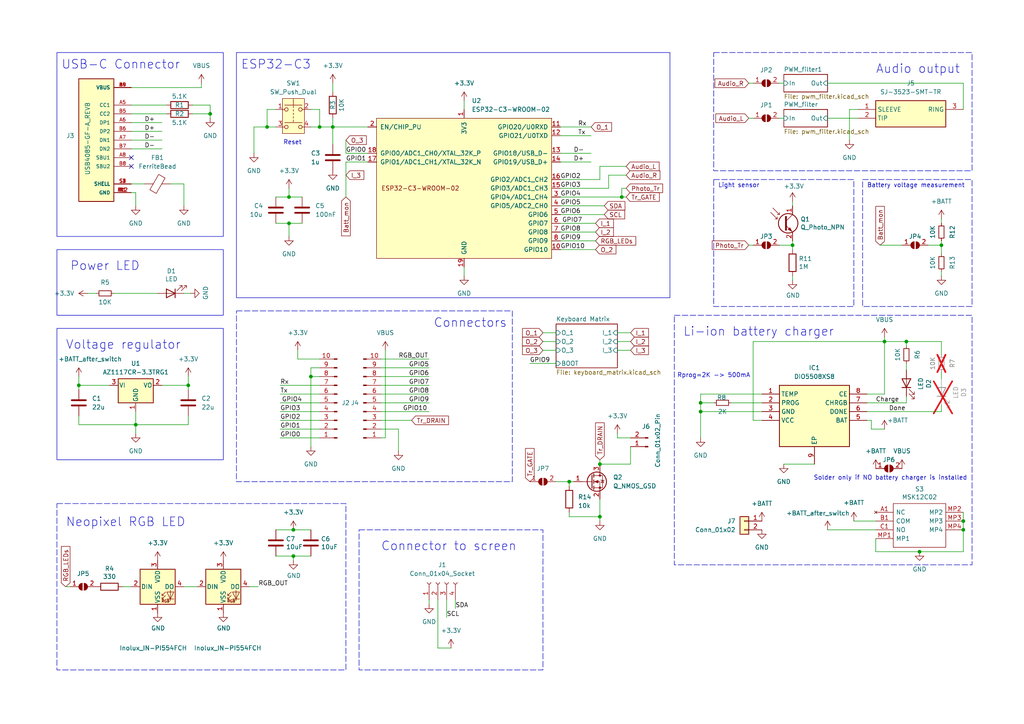
<source format=kicad_sch>
(kicad_sch (version 20231120) (generator "eeschema") (generator_version "8.0")
  (paper "A4")
  (title_block (title "ESP32-C3 Eval board") (date "2023-10-02") (company "IFT"))
  (junction (at 96.52 36.83))
  (junction (at 77.47 36.83))
  (junction (at 262.89 99.06))
  (junction (at 273.05 71.12))
  (junction (at 180.34 57.15))
  (junction (at 229.87 71.12))
  (junction (at 173.99 149.86))
  (junction (at 39.37 123.19))
  (junction (at 83.82 57.15))
  (junction (at 279.4 153.67))
  (junction (at 22.86 111.76))
  (junction (at 256.54 99.06))
  (junction (at 203.2 119.38))
  (junction (at 83.82 64.77))
  (junction (at 92.71 36.83))
  (junction (at 266.7 160.02))
  (junction (at 90.17 109.22))
  (junction (at 54.61 111.76))
  (junction (at 173.99 134.62))
  (junction (at 203.2 116.84))
  (junction (at 60.96 33.02))
  (junction (at 85.09 153.67))
  (junction (at 85.09 161.29))
  (junction (at 165.1 139.7))
  (junction (at 279.4 151.13))
  (no_connect (at 38.1 45.72))
  (no_connect (at 38.1 48.26))
  (wire (pts (xy 115.57 124.46) (xy 115.57 130.81)))
  (wire (pts (xy 179.07 99.06) (xy 182.88 99.06)))
  (wire (pts (xy 73.66 36.83) (xy 77.47 36.83)))
  (wire (pts (xy 48.26 30.48) (xy 38.1 30.48)))
  (wire (pts (xy 165.1 148.59) (xy 165.1 149.86)))
  (wire (pts (xy 251.46 119.38) (xy 273.05 119.38)))
  (wire (pts (xy 100.33 40.64) (xy 100.33 44.45)))
  (wire (pts (xy 90.17 106.68) (xy 90.17 109.22)))
  (wire (pts (xy 203.2 119.38) (xy 203.2 127)))
  (wire (pts (xy 252.73 124.46) (xy 256.54 124.46)))
  (wire (pts (xy 162.56 62.23) (xy 175.26 62.23)))
  (wire (pts (xy 81.28 127) (xy 92.71 127)))
  (wire (pts (xy 227.33 134.62) (xy 236.22 134.62)))
  (wire (pts (xy 38.1 35.56) (xy 46.99 35.56)))
  (wire (pts (xy 229.87 58.42) (xy 229.87 59.69)))
  (wire (pts (xy 246.38 40.64) (xy 246.38 31.75)))
  (wire (pts (xy 262.89 107.315) (xy 262.89 105.41)))
  (wire (pts (xy 22.86 111.76) (xy 22.86 113.03)))
  (wire (pts (xy 49.53 53.34) (xy 53.34 53.34)))
  (wire (pts (xy 153.67 105.41) (xy 161.29 105.41)))
  (wire (pts (xy 251.46 121.92) (xy 252.73 121.92)))
  (wire (pts (xy 110.49 109.22) (xy 124.46 109.22)))
  (wire (pts (xy 129.54 179.07) (xy 129.54 173.99)))
  (wire (pts (xy 162.56 69.85) (xy 172.72 69.85)))
  (wire (pts (xy 80.01 57.15) (xy 83.82 57.15)))
  (wire (pts (xy 134.62 29.21) (xy 134.62 31.75)))
  (wire (pts (xy 166.37 139.7) (xy 165.1 139.7)))
  (wire (pts (xy 229.87 80.01) (xy 229.87 81.28)))
  (wire (pts (xy 262.89 99.06) (xy 256.54 99.06)))
  (wire (pts (xy 53.34 170.18) (xy 57.15 170.18)))
  (wire (pts (xy 96.52 36.83) (xy 106.68 36.83)))
  (wire (pts (xy 256.54 114.3) (xy 251.46 114.3)))
  (wire (pts (xy 162.56 64.77) (xy 172.72 64.77)))
  (wire (pts (xy 54.61 111.76) (xy 54.61 113.03)))
  (wire (pts (xy 180.34 54.61) (xy 180.34 57.15)))
  (wire (pts (xy 39.37 55.88) (xy 39.37 59.69)))
  (wire (pts (xy 203.2 116.84) (xy 203.2 119.38)))
  (wire (pts (xy 81.28 124.46) (xy 92.71 124.46)))
  (wire (pts (xy 38.1 40.64) (xy 46.99 40.64)))
  (wire (pts (xy 273.05 78.74) (xy 273.05 80.01)))
  (wire (pts (xy 81.28 119.38) (xy 92.71 119.38)))
  (wire (pts (xy 85.09 162.56) (xy 85.09 161.29)))
  (wire (pts (xy 229.87 71.12) (xy 229.87 72.39)))
  (wire (pts (xy 181.61 54.61) (xy 180.34 54.61)))
  (wire (pts (xy 176.53 50.8) (xy 176.53 54.61)))
  (wire (pts (xy 165.1 149.86) (xy 173.99 149.86)))
  (wire (pts (xy 83.82 57.15) (xy 83.82 54.61)))
  (wire (pts (xy 134.62 80.01) (xy 134.62 77.47)))
  (wire (pts (xy 262.89 114.935) (xy 262.89 116.84)))
  (wire (pts (xy 22.86 123.19) (xy 39.37 123.19)))
  (wire (pts (xy 110.49 104.14) (xy 124.46 104.14)))
  (wire (pts (xy 252.73 124.46) (xy 252.73 121.92)))
  (wire (pts (xy 53.34 85.09) (xy 55.245 85.09)))
  (wire (pts (xy 38.1 33.02) (xy 48.26 33.02)))
  (wire (pts (xy 273.05 99.06) (xy 262.89 99.06)))
  (wire (pts (xy 279.4 31.75) (xy 279.4 24.13)))
  (wire (pts (xy 60.96 33.02) (xy 60.96 34.29)))
  (wire (pts (xy 38.1 43.18) (xy 46.99 43.18)))
  (wire (pts (xy 157.48 101.6) (xy 161.29 101.6)))
  (wire (pts (xy 54.61 123.19) (xy 54.61 120.65)))
  (wire (pts (xy 218.44 99.06) (xy 256.54 99.06)))
  (wire (pts (xy 254 160.02) (xy 266.7 160.02)))
  (wire (pts (xy 248.92 34.29) (xy 240.03 34.29)))
  (wire (pts (xy 254 156.21) (xy 254 160.02)))
  (wire (pts (xy 220.98 119.38) (xy 203.2 119.38)))
  (wire (pts (xy 279.4 151.13) (xy 279.4 148.59)))
  (wire (pts (xy 110.49 121.92) (xy 119.38 121.92)))
  (wire (pts (xy 90.17 36.83) (xy 92.71 36.83)))
  (wire (pts (xy 182.88 129.54) (xy 182.88 134.62)))
  (wire (pts (xy 179.07 101.6) (xy 182.88 101.6)))
  (wire (pts (xy 110.49 119.38) (xy 124.46 119.38)))
  (wire (pts (xy 262.89 100.33) (xy 262.89 99.06)))
  (wire (pts (xy 157.48 99.06) (xy 161.29 99.06)))
  (wire (pts (xy 132.08 176.53) (xy 132.08 173.99)))
  (wire (pts (xy 181.61 48.26) (xy 173.99 48.26)))
  (wire (pts (xy 60.96 30.48) (xy 60.96 33.02)))
  (wire (pts (xy 22.86 111.76) (xy 22.86 109.22)))
  (wire (pts (xy 266.7 160.02) (xy 279.4 160.02)))
  (wire (pts (xy 80.01 31.75) (xy 77.47 31.75)))
  (wire (pts (xy 162.56 72.39) (xy 172.72 72.39)))
  (wire (pts (xy 162.56 57.15) (xy 180.34 57.15)))
  (wire (pts (xy 60.96 30.48) (xy 55.88 30.48)))
  (wire (pts (xy 27.94 85.09) (xy 25.4 85.09)))
  (wire (pts (xy 240.03 153.67) (xy 254 153.67)))
  (wire (pts (xy 92.71 104.14) (xy 86.36 104.14)))
  (wire (pts (xy 90.17 31.75) (xy 92.71 31.75)))
  (wire (pts (xy 255.27 71.12) (xy 261.62 71.12)))
  (wire (pts (xy 85.09 161.29) (xy 90.17 161.29)))
  (wire (pts (xy 19.05 170.18) (xy 20.32 170.18)))
  (wire (pts (xy 81.28 116.84) (xy 92.71 116.84)))
  (wire (pts (xy 212.09 116.84) (xy 220.98 116.84)))
  (wire (pts (xy 38.1 53.34) (xy 41.91 53.34)))
  (wire (pts (xy 77.47 36.83) (xy 80.01 36.83)))
  (wire (pts (xy 90.17 109.22) (xy 92.71 109.22)))
  (wire (pts (xy 273.05 109.855) (xy 273.05 107.95)))
  (wire (pts (xy 73.66 36.83) (xy 73.66 44.45)))
  (wire (pts (xy 218.44 121.92) (xy 218.44 99.06)))
  (wire (pts (xy 176.53 54.61) (xy 162.56 54.61)))
  (wire (pts (xy 182.88 134.62) (xy 173.99 134.62)))
  (wire (pts (xy 80.01 153.67) (xy 85.09 153.67)))
  (wire (pts (xy 80.01 64.77) (xy 83.82 64.77)))
  (wire (pts (xy 110.49 114.3) (xy 124.46 114.3)))
  (wire (pts (xy 100.33 46.99) (xy 106.68 46.99)))
  (wire (pts (xy 273.05 69.85) (xy 273.05 71.12)))
  (wire (pts (xy 256.54 97.79) (xy 256.54 99.06)))
  (wire (pts (xy 273.05 117.475) (xy 273.05 119.38)))
  (wire (pts (xy 179.07 96.52) (xy 182.88 96.52)))
  (wire (pts (xy 110.49 106.68) (xy 124.46 106.68)))
  (wire (pts (xy 86.36 104.14) (xy 86.36 101.6)))
  (wire (pts (xy 39.37 125.73) (xy 39.37 123.19)))
  (wire (pts (xy 96.52 34.29) (xy 96.52 36.83)))
  (wire (pts (xy 180.34 57.15) (xy 181.61 57.15)))
  (wire (pts (xy 203.2 114.3) (xy 203.2 116.84)))
  (wire (pts (xy 53.34 53.34) (xy 53.34 59.69)))
  (wire (pts (xy 81.28 114.3) (xy 92.71 114.3)))
  (wire (pts (xy 83.82 57.15) (xy 87.63 57.15)))
  (wire (pts (xy 110.49 116.84) (xy 124.46 116.84)))
  (wire (pts (xy 85.09 153.67) (xy 90.17 153.67)))
  (wire (pts (xy 162.56 39.37) (xy 171.45 39.37)))
  (wire (pts (xy 246.38 31.75) (xy 248.92 31.75)))
  (wire (pts (xy 162.56 44.45) (xy 171.45 44.45)))
  (wire (pts (xy 217.17 71.12) (xy 218.44 71.12)))
  (wire (pts (xy 55.88 33.02) (xy 60.96 33.02)))
  (wire (pts (xy 173.99 149.86) (xy 173.99 151.13)))
  (wire (pts (xy 173.99 144.78) (xy 173.99 149.86)))
  (wire (pts (xy 110.49 111.76) (xy 124.46 111.76)))
  (wire (pts (xy 124.46 175.26) (xy 124.46 173.99)))
  (wire (pts (xy 256.54 99.06) (xy 256.54 114.3)))
  (wire (pts (xy 182.88 127) (xy 179.07 127)))
  (wire (pts (xy 203.2 114.3) (xy 220.98 114.3)))
  (wire (pts (xy 39.37 55.88) (xy 38.1 55.88)))
  (wire (pts (xy 207.01 116.84) (xy 203.2 116.84)))
  (wire (pts (xy 90.17 109.22) (xy 90.17 129.54)))
  (wire (pts (xy 179.07 127) (xy 179.07 125.73)))
  (wire (pts (xy 273.05 71.12) (xy 273.05 73.66)))
  (wire (pts (xy 81.28 111.76) (xy 92.71 111.76)))
  (wire (pts (xy 226.06 34.29) (xy 227.33 34.29)))
  (wire (pts (xy 273.05 63.5) (xy 273.05 64.77)))
  (wire (pts (xy 110.49 124.46) (xy 115.57 124.46)))
  (wire (pts (xy 58.42 24.13) (xy 58.42 25.4)))
  (wire (pts (xy 279.4 153.67) (xy 279.4 151.13)))
  (wire (pts (xy 81.28 121.92) (xy 92.71 121.92)))
  (wire (pts (xy 96.52 36.83) (xy 96.52 41.91)))
  (wire (pts (xy 39.37 123.19) (xy 39.37 119.38)))
  (wire (pts (xy 157.48 96.52) (xy 161.29 96.52)))
  (wire (pts (xy 279.4 24.13) (xy 240.03 24.13)))
  (wire (pts (xy 58.42 25.4) (xy 38.1 25.4)))
  (wire (pts (xy 217.17 24.13) (xy 218.44 24.13)))
  (wire (pts (xy 100.33 46.99) (xy 100.33 57.15)))
  (wire (pts (xy 110.49 127) (xy 111.76 127)))
  (wire (pts (xy 35.56 170.18) (xy 38.1 170.18)))
  (wire (pts (xy 127 187.96) (xy 127 173.99)))
  (wire (pts (xy 220.98 121.92) (xy 218.44 121.92)))
  (wire (pts (xy 162.56 36.83) (xy 171.45 36.83)))
  (wire (pts (xy 226.06 24.13) (xy 227.33 24.13)))
  (wire (pts (xy 80.01 161.29) (xy 85.09 161.29)))
  (wire (pts (xy 173.99 133.35) (xy 173.99 134.62)))
  (wire (pts (xy 162.56 67.31) (xy 172.72 67.31)))
  (wire (pts (xy 269.24 71.12) (xy 273.05 71.12)))
  (wire (pts (xy 96.52 24.13) (xy 96.52 26.67)))
  (wire (pts (xy 38.1 38.1) (xy 46.99 38.1)))
  (wire (pts (xy 54.61 109.22) (xy 54.61 111.76)))
  (wire (pts (xy 83.82 64.77) (xy 83.82 68.58)))
  (wire (pts (xy 173.99 48.26) (xy 173.99 52.07)))
  (wire (pts (xy 273.05 102.87) (xy 273.05 99.06)))
  (wire (pts (xy 45.72 85.09) (xy 33.02 85.09)))
  (wire (pts (xy 165.1 139.7) (xy 165.1 140.97)))
  (wire (pts (xy 90.17 106.68) (xy 92.71 106.68)))
  (wire (pts (xy 161.29 139.7) (xy 165.1 139.7)))
  (wire (pts (xy 279.4 160.02) (xy 279.4 153.67)))
  (wire (pts (xy 229.87 69.85) (xy 229.87 71.12)))
  (wire (pts (xy 111.76 101.6) (xy 111.76 127)))
  (wire (pts (xy 162.56 59.69) (xy 175.26 59.69)))
  (wire (pts (xy 251.46 116.84) (xy 262.89 116.84)))
  (wire (pts (xy 181.61 50.8) (xy 176.53 50.8)))
  (wire (pts (xy 72.39 170.18) (xy 74.93 170.18)))
  (wire (pts (xy 46.99 111.76) (xy 54.61 111.76)))
  (wire (pts (xy 22.86 120.65) (xy 22.86 123.19)))
  (wire (pts (xy 130.81 187.96) (xy 127 187.96)))
  (wire (pts (xy 162.56 46.99) (xy 171.45 46.99)))
  (wire (pts (xy 83.82 64.77) (xy 87.63 64.77)))
  (wire (pts (xy 92.71 31.75) (xy 92.71 36.83)))
  (wire (pts (xy 247.65 151.13) (xy 254 151.13)))
  (wire (pts (xy 92.71 36.83) (xy 96.52 36.83)))
  (wire (pts (xy 226.06 71.12) (xy 229.87 71.12)))
  (wire (pts (xy 217.17 34.29) (xy 218.44 34.29)))
  (wire (pts (xy 77.47 31.75) (xy 77.47 36.83)))
  (wire (pts (xy 100.33 44.45) (xy 106.68 44.45)))
  (wire (pts (xy 173.99 52.07) (xy 162.56 52.07)))
  (wire (pts (xy 31.75 111.76) (xy 22.86 111.76)))
  (wire (pts (xy 39.37 123.19) (xy 54.61 123.19)))
  (rectangle (start 195.58 91.44) (end 281.94 163.83) (stroke (width 0) (type dash)))
  (rectangle (start 207.01 52.07) (end 247.65 88.9) (stroke (width 0) (type dash)))
  (rectangle (start 207.01 15.24) (end 281.94 49.53) (stroke (width 0) (type dash)))
  (rectangle (start 104.14 153.67) (end 157.48 194.31) (stroke (width 0) (type dash)))
  (rectangle (start 68.58 90.17) (end 148.59 139.7) (stroke (width 0) (type dash)))
  (rectangle (start 68.58 15.24) (end 194.31 86.36))
  (rectangle (start 16.51 95.25) (end 64.77 133.35))
  (rectangle (start 250.19 52.07) (end 281.94 88.9) (stroke (width 0) (type dash)))
  (rectangle (start 16.51 15.24) (end 64.77 68.58))
  (rectangle (start 16.51 72.39) (end 64.77 91.44))
  (rectangle (start 16.51 146.05) (end 100.33 194.31) (stroke (width 0) (type dash)))
  (text "Connectors" (at 125.73 95.25 0) (effects (font (size 2.54 2.54)) (justify left bottom)))
  (text "Neopixel RGB LED" (at 19.05 153.035 0) (effects (font (size 2.54 2.54)) (justify left bottom)))
  (text "ESP32-C3" (at 69.85 20.32 0) (effects (font (size 2.54 2.54)) (justify left bottom)))
  (text "Voltage regulator" (at 19.05 101.6 0) (effects (font (size 2.54 2.54)) (justify left bottom)))
  (text "Reset" (at 84.836 41.402 0) (effects (font (size 1.27 1.27))))
  (text "USB-C Connector" (at 17.78 20.32 0) (effects (font (size 2.54 2.54)) (justify left bottom)))
  (text "Battery voltage measurement" (at 251.46 54.61 0) (effects (font (size 1.27 1.27)) (justify left bottom)))
  (text "Audio output" (at 254 21.59 0) (effects (font (size 2.54 2.54)) (justify left bottom)))
  (text "Solder only if NO battery charger is installed" (at 235.966 139.446 0) (effects (font (size 1.27 1.27)) (justify left bottom)))
  (text "Power LED" (at 20.32 78.74 0) (effects (font (size 2.54 2.54)) (justify left bottom)))
  (text "Connector to screen" (at 110.49 160.02 0) (effects (font (size 2.54 2.54)) (justify left bottom)))
  (text "Light sensor" (at 208.28 54.61 0) (effects (font (size 1.27 1.27)) (justify left bottom)))
  (text "Rprog=2K -> 500mA" (at 207.01 108.966 0) (effects (font (size 1.27 1.27))))
  (text "Li-ion battery charger" (at 198.12 97.79 0) (effects (font (size 2.54 2.54)) (justify left bottom)))
  (label "GPIO8" (at 162.56 67.31 0))
  (label "Tx" (at 81.28 114.3 0))
  (label "Rx" (at 167.64 36.83 0))
  (label "SDA" (at 132.08 176.53 0))
  (label "GPIO5" (at 162.56 59.69 0))
  (label "GPIO6" (at 124.46 109.22 180))
  (label "GPIO4" (at 87.63 116.84 180))
  (label "SCL" (at 129.54 179.07 0))
  (label "D-" (at 166.37 44.45 0))
  (label "Tx" (at 167.64 39.37 0))
  (label "Charge" (at 254 116.84 0))
  (label "Rx" (at 81.28 111.76 0))
  (label "GPIO1" (at 100.33 46.99 0))
  (label "GPIO9" (at 124.46 116.84 180))
  (label "GPIO9" (at 162.56 69.85 0))
  (label "GPIO3" (at 162.56 54.61 0))
  (label "GPIO0" (at 100.33 44.45 0))
  (label "D-" (at 41.91 40.64 0))
  (label "GPIO7" (at 168.91 64.77 180))
  (label "D+" (at 41.91 38.1 0))
  (label "D-" (at 41.91 43.18 0))
  (label "GPIO10" (at 162.56 72.39 0))
  (label "GPIO5" (at 124.46 106.68 180))
  (label "D+" (at 41.91 35.56 0))
  (label "GPIO9" (at 153.67 105.41 0))
  (label "RGB_OUT" (at 115.57 104.14 0))
  (label "GPIO7" (at 124.46 111.76 180))
  (label "GPIO8" (at 124.46 114.3 180))
  (label "GPIO2" (at 81.28 121.92 0))
  (label "GPIO2" (at 162.56 52.07 0))
  (label "GPIO3" (at 81.28 119.38 0))
  (label "GPIO1" (at 81.28 124.46 0))
  (label "GPIO0" (at 81.28 127 0))
  (label "Done" (at 257.81 119.38 0))
  (label "GPIO10" (at 116.84 119.38 0))
  (label "GPIO6" (at 162.56 62.23 0))
  (label "GPIO4" (at 162.56 57.15 0))
  (label "RGB_OUT" (at 74.93 170.18 0))
  (label "D+" (at 166.37 46.99 0))
  (global_label "Batt_mon" (shape input) (at 100.33 57.15 270) (property "Intersheetrefs" "${INTERSHEET_REFS}" (effects (hide yes))))
  (global_label "Audio_L" (shape input) (at 181.61 48.26 0) (property "Intersheetrefs" "${INTERSHEET_REFS}" (effects (hide yes))))
  (global_label "O_1" (shape input) (at 171.45 36.83 0) (property "Intersheetrefs" "${INTERSHEET_REFS}" (effects (hide yes))))
  (global_label "I_1" (shape input) (at 172.72 64.77 0) (property "Intersheetrefs" "${INTERSHEET_REFS}" (effects (hide yes))))
  (global_label "I_2" (shape input) (at 172.72 67.31 0) (property "Intersheetrefs" "${INTERSHEET_REFS}" (effects (hide yes))))
  (global_label "O_1" (shape input) (at 157.48 96.52 180) (property "Intersheetrefs" "${INTERSHEET_REFS}" (effects (hide yes))))
  (global_label "Tr_GATE" (shape input) (at 153.67 139.7 90) (property "Intersheetrefs" "${INTERSHEET_REFS}" (effects (hide yes))))
  (global_label "SDA" (shape input) (at 175.26 59.69 0) (property "Intersheetrefs" "${INTERSHEET_REFS}" (effects (hide yes))))
  (global_label "O_2" (shape input) (at 172.72 72.39 0) (property "Intersheetrefs" "${INTERSHEET_REFS}" (effects (hide yes))))
  (global_label "O_3" (shape input) (at 157.48 101.6 180) (property "Intersheetrefs" "${INTERSHEET_REFS}" (effects (hide yes))))
  (global_label "O_2" (shape input) (at 157.48 99.06 180) (property "Intersheetrefs" "${INTERSHEET_REFS}" (effects (hide yes))))
  (global_label "I_3" (shape input) (at 182.88 101.6 0) (property "Intersheetrefs" "${INTERSHEET_REFS}" (effects (hide yes))))
  (global_label "SCL" (shape input) (at 175.26 62.23 0) (property "Intersheetrefs" "${INTERSHEET_REFS}" (effects (hide yes))))
  (global_label "I_2" (shape input) (at 182.88 99.06 0) (property "Intersheetrefs" "${INTERSHEET_REFS}" (effects (hide yes))))
  (global_label "O_3" (shape input) (at 100.33 40.64 0) (property "Intersheetrefs" "${INTERSHEET_REFS}" (effects (hide yes))))
  (global_label "Batt_mon" (shape input) (at 255.27 71.12 90) (property "Intersheetrefs" "${INTERSHEET_REFS}" (effects (hide yes))))
  (global_label "Audio_R" (shape input) (at 181.61 50.8 0) (property "Intersheetrefs" "${INTERSHEET_REFS}" (effects (hide yes))))
  (global_label "Photo_Tr" (shape input) (at 181.61 54.61 0) (property "Intersheetrefs" "${INTERSHEET_REFS}" (effects (hide yes))))
  (global_label "Audio_L" (shape input) (at 217.17 34.29 180) (property "Intersheetrefs" "${INTERSHEET_REFS}" (effects (hide yes))))
  (global_label "Audio_R" (shape input) (at 217.17 24.13 180) (property "Intersheetrefs" "${INTERSHEET_REFS}" (effects (hide yes))))
  (global_label "RGB_LEDs" (shape input) (at 19.05 170.18 90) (property "Intersheetrefs" "${INTERSHEET_REFS}" (effects (hide yes))))
  (global_label "I_1" (shape input) (at 182.88 96.52 0) (property "Intersheetrefs" "${INTERSHEET_REFS}" (effects (hide yes))))
  (global_label "I_3" (shape input) (at 100.33 50.8 0) (property "Intersheetrefs" "${INTERSHEET_REFS}" (effects (hide yes))))
  (global_label "Tr_DRAIN" (shape input) (at 173.99 133.35 90) (property "Intersheetrefs" "${INTERSHEET_REFS}" (effects (hide yes))))
  (global_label "Tr_GATE" (shape input) (at 181.61 57.15 0) (property "Intersheetrefs" "${INTERSHEET_REFS}" (effects (hide yes))))
  (global_label "RGB_LEDs" (shape input) (at 172.72 69.85 0) (property "Intersheetrefs" "${INTERSHEET_REFS}" (effects (hide yes))))
  (global_label "Photo_Tr" (shape input) (at 217.17 71.12 180) (property "Intersheetrefs" "${INTERSHEET_REFS}" (effects (hide yes))))
  (global_label "Tr_DRAIN" (shape input) (at 119.38 121.92 0) (property "Intersheetrefs" "${INTERSHEET_REFS}" (effects (hide yes))))
  (symbol (lib_id "Device:FerriteBead") (at 45.72 53.34 90) (unit 1)
    (property "Reference" "FB1" (at 45.6692 45.72 90))
    (property "Value" "FerriteBead" (at 45.6692 48.26 90))
    (property "Footprint" "Resistor_SMD:R_0805_2012Metric_Pad1.20x1.40mm_HandSolder" (effects (hide yes)))
    (property "Datasheet" "https://www.mouser.fr/datasheet/2/396/LSM01_e-3082089.pdf" (effects (hide yes)))
  )
  (symbol (lib_id "Device:LED") (at 273.05 113.665 90) (unit 1) (on_board no) (dnp yes)
    (property "Reference" "D3" (at 279.527 113.8428 0))
    (property "Value" "LED" (at 277.2156 113.8428 0))
    (property "Footprint" "Diode_SMD:D_0805_2012Metric_Pad1.15x1.40mm_HandSolder" (effects (hide yes)))
    (property "Description" "Vishay VSMB1940X01 IR LED, 940nm, 2-Pin SMD 0805, 2 x 1.25 x 0.85mm" (effects (hide yes)))
    (property "DPN" "150060VS55040" (effects (hide yes)))
    (property "Manufacturer" "Wurth Electronics" (effects (hide yes)))
    (property "Manufacturer_Name" "Vishay" (effects (hide yes)))
    (property "Manufacturer_Part_Number" "VSMB1940X01" (effects (hide yes)))
    (property "Mouser Part Number" "782-VSMB1940X01" (effects (hide yes)))
    (property "Mouser Price/Stock" "https://www.mouser.co.uk/ProductDetail/Vishay-Semiconductors/VSMB1940X01?qs=EvRzT9Rf7CYxu0wwgby0sw%3D%3D" (effects (hide yes)))
    (property "Arrow Part Number" "VSMB1940X01" (effects (hide yes)))
    (property "Arrow Price/Stock" "https://www.arrow.com/en/products/vsmb1940x01/vishay" (effects (hide yes)))
  )
  (symbol (lib_id "power:VBUS") (at 261.62 135.89 0) (mirror y) (unit 1)
    (property "Reference" "#PWR038" (effects (hide yes)))
    (property "Value" "VBUS" (at 261.62 130.81 0))
  )
  (symbol (lib_id "power:GND") (at 203.2 127 0) (unit 1)
    (property "Reference" "#PWR032" (effects (hide yes)))
    (property "Value" "GND" (at 203.2 132.08 0))
  )
  (symbol (lib_id "power:+3.3V") (at 25.4 85.09 90) (mirror x) (unit 1)
    (property "Reference" "#PWR030" (effects (hide yes)))
    (property "Value" "+3.3V" (at 21.59 85.09 90) (effects (justify left)))
  )
  (symbol (lib_id "Device:LED") (at 49.53 85.09 180) (unit 1)
    (property "Reference" "D1" (at 49.7078 78.613 0))
    (property "Value" "LED" (at 49.7078 80.9244 0))
    (property "Footprint" "Diode_SMD:D_0805_2012Metric_Pad1.15x1.40mm_HandSolder" (effects (hide yes)))
    (property "Description" "Vishay VSMB1940X01 IR LED, 940nm, 2-Pin SMD 0805, 2 x 1.25 x 0.85mm" (effects (hide yes)))
    (property "DPN" "150060VS55040" (effects (hide yes)))
    (property "Manufacturer" "Wurth Electronics" (effects (hide yes)))
    (property "Manufacturer_Name" "Vishay" (effects (hide yes)))
    (property "Manufacturer_Part_Number" "VSMB1940X01" (effects (hide yes)))
    (property "Mouser Part Number" "782-VSMB1940X01" (effects (hide yes)))
    (property "Mouser Price/Stock" "https://www.mouser.co.uk/ProductDetail/Vishay-Semiconductors/VSMB1940X01?qs=EvRzT9Rf7CYxu0wwgby0sw%3D%3D" (effects (hide yes)))
    (property "Arrow Part Number" "VSMB1940X01" (effects (hide yes)))
    (property "Arrow Price/Stock" "https://www.arrow.com/en/products/vsmb1940x01/vishay" (effects (hide yes)))
  )
  (symbol (lib_id "power:+3.3V") (at 45.72 162.56 0) (mirror y) (unit 1)
    (property "Reference" "#PWR033" (effects (hide yes)))
    (property "Value" "+3.3V" (at 45.72 157.48 0))
  )
  (symbol (lib_id "Device:C") (at 87.63 60.96 0) (unit 1)
    (property "Reference" "C5" (at 91.44 59.69 0) (effects (justify left)))
    (property "Value" "100nF" (at 91.44 62.23 0) (effects (justify left)))
    (property "Footprint" "Capacitor_SMD:C_0805_2012Metric_Pad1.18x1.45mm_HandSolder" (effects (hide yes)))
  )
  (symbol (lib_id "Switch:SW_Push_Dual") (at 85.09 34.29 0) (unit 1)
    (property "Reference" "SW1" (at 85.09 24.13 0))
    (property "Value" "SW_Push_Dual" (at 85.09 26.67 0))
    (property "Footprint" "footprints:PTS526SM15SMTR2LFS" (effects (hide yes)))
    (property "Description" "Push button switch, generic, symbol, four pins" (effects (hide yes)))
  )
  (symbol (lib_id "Device:C") (at 22.86 116.84 0) (unit 1)
    (property "Reference" "C1" (at 26.67 115.57 0) (effects (justify left)))
    (property "Value" "22u" (at 26.67 118.11 0) (effects (justify left)))
    (property "Footprint" "Capacitor_SMD:C_0805_2012Metric_Pad1.18x1.45mm_HandSolder" (effects (hide yes)))
  )
  (symbol (lib_id "power:GND") (at 83.82 68.58 0) (unit 1)
    (property "Reference" "#PWR020" (effects (hide yes)))
    (property "Value" "GND" (at 83.82 73.66 0))
  )
  (symbol (lib_id "power:+BATT") (at 247.65 151.13 0) (mirror y) (unit 1)
    (property "Reference" "#PWR015" (effects (hide yes)))
    (property "Value" "+BATT" (at 247.65 145.796 0))
  )
  (symbol (lib_id "power:+3.3V") (at 130.81 187.96 0) (mirror y) (unit 1)
    (property "Reference" "#PWR010" (effects (hide yes)))
    (property "Value" "+3.3V" (at 130.81 182.88 0))
  )
  (symbol (lib_id "power:+BATT") (at 220.98 151.13 0) (unit 1)
    (property "Reference" "#PWR014" (effects (hide yes)))
    (property "Value" "+BATT" (at 220.98 146.05 0))
  )
  (symbol (lib_id "Jumper:SolderJumper_2_Open") (at 222.25 71.12 0) (unit 1)
    (property "Reference" "JP3" (at 222.25 68.58 0))
    (property "Value" "SolderJumper_2_Open" (effects (hide yes)))
    (property "Footprint" "Jumper:SolderJumper-2_P1.3mm_Open_TrianglePad1.0x1.5mm" (effects (hide yes)))
  )
  (symbol (lib_id "power:GND") (at 53.34 59.69 0) (unit 1)
    (property "Reference" "#PWR021" (effects (hide yes)))
    (property "Value" "GND" (at 53.34 64.77 0))
  )
  (symbol (lib_id "power:+3.3V") (at 134.62 29.21 0) (unit 1)
    (property "Reference" "#PWR07" (effects (hide yes)))
    (property "Value" "+3.3V" (at 134.62 24.13 0))
  )
  (symbol (lib_id "power:+3.3V") (at 64.77 162.56 0) (mirror y) (unit 1)
    (property "Reference" "#PWR025" (effects (hide yes)))
    (property "Value" "+3.3V" (at 64.77 157.48 0))
  )
  (symbol (lib_id "power:+3.3V") (at 229.87 58.42 0) (unit 1)
    (property "Reference" "#PWR044" (effects (hide yes)))
    (property "Value" "+3.3V" (at 230.251 54.0258 0))
  )
  (symbol (lib_id "Device:Q_NMOS_GSD") (at 171.45 139.7 0) (unit 1)
    (property "Reference" "Q2" (at 177.8 138.43 0) (effects (justify left)))
    (property "Value" "Q_NMOS_GSD" (at 177.8 140.97 0) (effects (justify left)))
    (property "Footprint" "Package_TO_SOT_SMD:SOT-23-3" (effects (hide yes)))
  )
  (symbol (lib_id "Espressif:ESP32-C3-WROOM-02") (at 134.62 54.61 0) (unit 1)
    (property "Reference" "U2" (at 136.8141 29.21 0) (effects (justify left)))
    (property "Value" "ESP32-C3-WROOM-02" (at 136.8141 31.75 0) (effects (justify left)))
    (property "Footprint" "Espressif:ESP32-C3-WROOM-02" (effects (hide yes)))
    (property "Datasheet" "https://www.espressif.com/sites/default/files/documentation/esp32-c3-wroom-02_datasheet_en.pdf" (effects (hide yes)))
  )
  (symbol (lib_id "power:GND") (at 73.66 44.45 0) (unit 1)
    (property "Reference" "#PWR011" (effects (hide yes)))
    (property "Value" "GND" (at 73.66 49.53 0))
  )
  (symbol (lib_id "power:GND") (at 246.38 40.64 0) (unit 1)
    (property "Reference" "#PWR040" (effects (hide yes)))
    (property "Value" "GND" (at 246.38 45.72 0))
  )
  (symbol (lib_id "power:VBUS") (at 256.54 97.79 0) (mirror y) (unit 1)
    (property "Reference" "#PWR034" (effects (hide yes)))
    (property "Value" "VBUS" (at 256.54 92.71 0))
  )
  (symbol (lib_id "power:GND") (at 115.57 130.81 0) (mirror y) (unit 1)
    (property "Reference" "#PWR022" (effects (hide yes)))
    (property "Value" "GND" (at 115.57 135.89 0))
  )
  (symbol (lib_id "power:VBUS") (at 111.76 101.6 0) (mirror y) (unit 1)
    (property "Reference" "#PWR024" (effects (hide yes)))
    (property "Value" "VBUS" (at 111.76 96.52 0))
  )
  (symbol (lib_id "Device:R_Small") (at 209.55 116.84 90) (unit 1)
    (property "Reference" "R8" (at 209.296 115.316 90))
    (property "Value" "2K" (at 209.55 119.38 90))
    (property "Footprint" "Resistor_SMD:R_0805_2012Metric_Pad1.20x1.40mm_HandSolder" (effects (hide yes)))
    (property "MPN" "DNP" (effects (hide yes)))
    (property "Manufacturer" "DNP" (effects (hide yes)))
    (property "MYPN" "DNP" (effects (hide yes)))
    (property "DNP" "X" (effects (hide yes)))
    (property "DPN" "DNP" (effects (hide yes)))
  )
  (symbol (lib_id "Jumper:SolderJumper_2_Open") (at 222.25 24.13 0) (unit 1)
    (property "Reference" "JP2" (at 222.25 20.32 0))
    (property "Value" "SolderJumper_2_Open" (effects (hide yes)))
    (property "Footprint" "Jumper:SolderJumper-2_P1.3mm_Open_TrianglePad1.0x1.5mm" (effects (hide yes)))
  )
  (symbol (lib_id "power:+3.3V") (at 83.82 54.61 0) (unit 1)
    (property "Reference" "#PWR019" (effects (hide yes)))
    (property "Value" "+3.3V" (at 83.82 49.53 0))
  )
  (symbol (lib_id "power:GND") (at 64.77 177.8 0) (unit 1)
    (property "Reference" "#PWR06" (effects (hide yes)))
    (property "Value" "GND" (at 64.897 182.1942 0))
  )
  (symbol (lib_id "power:GND") (at 90.17 129.54 0) (mirror y) (unit 1)
    (property "Reference" "#PWR028" (effects (hide yes)))
    (property "Value" "GND" (at 90.17 134.62 0))
  )
  (symbol (lib_id "LED:Inolux_IN-PI554FCH") (at 64.77 170.18 0) (unit 1)
    (property "Reference" "D5" (effects (hide yes)))
    (property "Value" "Inolux_IN-PI554FCH" (at 66.04 187.96 0))
    (property "Footprint" "LED_SMD:LED_Inolux_IN-PI554FCH_PLCC4_5.0x5.0mm_P3.2mm" (effects (hide yes)))
    (property "Datasheet" "http://www.inolux-corp.com/datasheet/SMDLED/Addressable%20LED/IN-PI554FCH.pdf" (effects (hide yes)))
  )
  (symbol (lib_id "Device:R") (at 229.87 76.2 0) (unit 1)
    (property "Reference" "R11" (at 231.648 75.0316 0) (effects (justify left)))
    (property "Value" "1M" (at 231.648 77.343 0) (effects (justify left)))
    (property "Footprint" "Resistor_SMD:R_0805_2012Metric_Pad1.20x1.40mm_HandSolder" (effects (hide yes)))
  )
  (symbol (lib_id "Jumper:SolderJumper_2_Open") (at 222.25 34.29 0) (unit 1)
    (property "Reference" "JP1" (at 222.25 30.48 0))
    (property "Value" "SolderJumper_2_Open" (effects (hide yes)))
    (property "Footprint" "Jumper:SolderJumper-2_P1.3mm_Open_TrianglePad1.0x1.5mm" (effects (hide yes)))
  )
  (symbol (lib_id "LED:Inolux_IN-PI554FCH") (at 45.72 170.18 0) (unit 1)
    (property "Reference" "D4" (effects (hide yes)))
    (property "Value" "Inolux_IN-PI554FCH" (at 44.45 187.96 0))
    (property "Footprint" "LED_SMD:LED_Inolux_IN-PI554FCH_PLCC4_5.0x5.0mm_P3.2mm" (effects (hide yes)))
    (property "Datasheet" "http://www.inolux-corp.com/datasheet/SMDLED/Addressable%20LED/IN-PI554FCH.pdf" (effects (hide yes)))
  )
  (symbol (lib_id "power:+3.3V") (at 85.09 153.67 0) (mirror y) (unit 1)
    (property "Reference" "#PWR026" (effects (hide yes)))
    (property "Value" "+3.3V" (at 85.09 148.59 0))
  )
  (symbol (lib_id "Connector:Conn_01x04_Socket") (at 127 168.91 90) (unit 1)
    (property "Reference" "J1" (at 128.27 163.83 90))
    (property "Value" "Conn_01x04_Socket" (at 128.27 166.37 90))
    (property "Footprint" "footprints:SSD1306_module" (effects (hide yes)))
  )
  (symbol (lib_id "DIO5508XS8:DIO5508XS8") (at 220.98 114.3 0) (unit 1)
    (property "Reference" "IC1" (at 236.22 106.68 0))
    (property "Value" "DIO5508XS8" (at 236.22 109.22 0))
    (property "Footprint" "Local footprints:SOIC127P600X170-9N" (effects (hide yes)))
    (property "Datasheet" "https://www.mouser.co.uk/datasheet/2/802/dimi_s_a0009242516_1-2295248.pdf" (effects (hide yes)))
    (property "Height" "1.7" (effects (hide yes)))
    (property "Manufacturer_Name" "DIOO Microcircuits" (effects (hide yes)))
    (property "Manufacturer_Part_Number" "DIO5508XS8" (effects (hide yes)))
    (property "Mouser Part Number" "453-DIO5508XS8" (effects (hide yes)))
    (property "Mouser Price/Stock" "https://www.mouser.co.uk/ProductDetail/DIOO-Microcircuits/DIO5508XS8?qs=wUXugUrL1qzPv8nEmpxvyA%3D%3D" (effects (hide yes)))
  )
  (symbol (lib_id "power:+3.3V") (at 54.61 109.22 0) (unit 1)
    (property "Reference" "#PWR04" (effects (hide yes)))
    (property "Value" "+3.3V" (at 54.61 104.14 0))
  )
  (symbol (lib_id "power:GND") (at 85.09 162.56 0) (unit 1)
    (property "Reference" "#PWR027" (effects (hide yes)))
    (property "Value" "GND" (at 85.217 166.9542 0))
  )
  (symbol (lib_id "power:VBUS") (at 58.42 24.13 0) (unit 1)
    (property "Reference" "#PWR03" (effects (hide yes)))
    (property "Value" "VBUS" (at 58.42 19.05 0))
  )
  (symbol (lib_id "Device:C") (at 54.61 116.84 0) (unit 1)
    (property "Reference" "C2" (at 58.42 115.57 0) (effects (justify left)))
    (property "Value" "22u" (at 58.42 118.11 0) (effects (justify left)))
    (property "Footprint" "Capacitor_SMD:C_0805_2012Metric_Pad1.18x1.45mm_HandSolder" (effects (hide yes)))
  )
  (symbol (lib_id "power:GND") (at 55.245 85.09 90) (unit 1)
    (property "Reference" "#PWR031" (effects (hide yes)))
    (property "Value" "GND" (at 59.6392 84.963 0))
  )
  (symbol (lib_id "power:GND") (at 229.87 81.28 0) (unit 1)
    (property "Reference" "#PWR045" (effects (hide yes)))
    (property "Value" "GND" (at 229.997 85.6742 0))
  )
  (symbol (lib_id "Device:R") (at 52.07 30.48 270) (mirror x) (unit 1)
    (property "Reference" "R1" (at 52.07 30.48 90))
    (property "Value" "5.1K" (at 52.07 27.94 90))
    (property "Footprint" "Resistor_SMD:R_0805_2012Metric_Pad1.20x1.40mm_HandSolder" (effects (hide yes)))
  )
  (symbol (lib_id "SJ-3523-SMT-TR:SJ-3523-SMT-TR") (at 248.92 31.75 0) (unit 1)
    (property "Reference" "J5" (at 264.16 24.13 0))
    (property "Value" "SJ-3523-SMT-TR" (at 264.16 26.67 0))
    (property "Footprint" "Local footprints:SJ3523SMTTR" (effects (hide yes)))
    (property "Datasheet" "https://www.mouser.de/datasheet/2/670/sj_352x_smt-1779397.pdf" (effects (hide yes)))
    (property "Height" "5.2" (effects (hide yes)))
    (property "Manufacturer_Name" "CUI Devices" (effects (hide yes)))
    (property "Manufacturer_Part_Number" "SJ-3523-SMT-TR" (effects (hide yes)))
    (property "Mouser Part Number" "490-SJ-3523-SMT-TR" (effects (hide yes)))
    (property "Mouser Price/Stock" "https://www.mouser.co.uk/ProductDetail/CUI-Devices/SJ-3523-SMT-TR?qs=WyjlAZoYn51zOHzJ3r4ZRA%3D%3D" (effects (hide yes)))
    (property "Arrow Part Number" "SJ-3523-SMT-TR" (effects (hide yes)))
    (property "Arrow Price/Stock" "https://www.arrow.com/en/products/sj-3523-smt-tr/cui-devices?region=europe" (effects (hide yes)))
  )
  (symbol (lib_id "Device:C") (at 90.17 157.48 0) (unit 1)
    (property "Reference" "C6" (at 93.091 156.3116 0) (effects (justify left)))
    (property "Value" "10uF" (at 93.091 158.623 0) (effects (justify left)))
    (property "Footprint" "Capacitor_SMD:C_0805_2012Metric_Pad1.18x1.45mm_HandSolder" (effects (hide yes)))
  )
  (symbol (lib_id "power:+3.3V") (at 96.52 24.13 0) (unit 1)
    (property "Reference" "#PWR012" (effects (hide yes)))
    (property "Value" "+3.3V" (at 96.52 19.05 0))
  )
  (symbol (lib_id "power:GND") (at 124.46 175.26 0) (unit 1)
    (property "Reference" "#PWR09" (effects (hide yes)))
    (property "Value" "GND" (at 124.46 180.34 0))
  )
  (symbol (lib_id "power:GND") (at 39.37 59.69 0) (unit 1)
    (property "Reference" "#PWR02" (effects (hide yes)))
    (property "Value" "GND" (at 39.37 64.77 0))
  )
  (symbol (lib_id "Device:R") (at 52.07 33.02 90) (unit 1)
    (property "Reference" "R2" (at 52.07 33.02 90))
    (property "Value" "5.1K" (at 52.07 35.56 90))
    (property "Footprint" "Resistor_SMD:R_0805_2012Metric_Pad1.20x1.40mm_HandSolder" (effects (hide yes)))
  )
  (symbol (lib_id "Device:R_Small") (at 273.05 105.41 0) (unit 1) (on_board no) (dnp yes)
    (property "Reference" "R7" (at 276.225 105.41 90))
    (property "Value" "10K" (at 270.51 105.41 90))
    (property "Footprint" "Resistor_SMD:R_0805_2012Metric_Pad1.20x1.40mm_HandSolder" (effects (hide yes)))
    (property "MPN" "DNP" (effects (hide yes)))
    (property "Manufacturer" "DNP" (effects (hide yes)))
    (property "MYPN" "DNP" (effects (hide yes)))
    (property "DNP" "X" (effects (hide yes)))
    (property "DPN" "DNP" (effects (hide yes)))
  )
  (symbol (lib_id "Device:R_Small") (at 30.48 85.09 90) (unit 1)
    (property "Reference" "R5" (at 30.48 81.915 90))
    (property "Value" "10K" (at 30.48 87.63 90))
    (property "Footprint" "Resistor_SMD:R_0805_2012Metric_Pad1.20x1.40mm_HandSolder" (effects (hide yes)))
    (property "MPN" "DNP" (effects (hide yes)))
    (property "Manufacturer" "DNP" (effects (hide yes)))
    (property "MYPN" "DNP" (effects (hide yes)))
    (property "DNP" "X" (effects (hide yes)))
    (property "DPN" "DNP" (effects (hide yes)))
  )
  (symbol (lib_id "Connector:Conn_01x10_Pin") (at 97.79 116.84 180) (unit 1)
    (property "Reference" "J2" (at 99.06 116.84 0) (effects (justify right)))
    (property "Value" "Conn_01x10_Pin" (effects (hide yes)))
    (property "Footprint" "Connector_PinHeader_2.54mm:PinHeader_1x10_P2.54mm_Horizontal" (effects (hide yes)))
  )
  (symbol (lib_id "power:+3.3V") (at 179.07 125.73 0) (unit 1)
    (property "Reference" "#PWR049" (effects (hide yes)))
    (property "Value" "+3.3V" (at 179.07 120.65 0))
  )
  (symbol (lib_id "Regulator_Linear:AZ1117-3.3") (at 39.37 111.76 0) (unit 1)
    (property "Reference" "U1" (at 39.37 105.41 0))
    (property "Value" "AZ1117CR-3.3TRG1" (at 39.37 107.95 0))
    (property "Footprint" "Package_TO_SOT_SMD:SOT-89-3_Handsoldering" (effects (hide yes)))
    (property "Datasheet" "https://www.diodes.com/assets/Datasheets/AZ1117C.pdf" (effects (hide yes)))
  )
  (symbol (lib_id "power:+3.3V") (at 86.36 101.6 0) (mirror y) (unit 1)
    (property "Reference" "#PWR023" (effects (hide yes)))
    (property "Value" "+3.3V" (at 86.36 96.52 0))
  )
  (symbol (lib_id "Device:C") (at 96.52 45.72 0) (unit 1)
    (property "Reference" "C3" (at 90.17 44.45 0) (effects (justify left)))
    (property "Value" "1u" (at 90.17 46.99 0) (effects (justify left)))
    (property "Footprint" "Capacitor_SMD:C_0805_2012Metric_Pad1.18x1.45mm_HandSolder" (effects (hide yes)))
  )
  (symbol (lib_id "Connector:Conn_01x10_Pin") (at 105.41 116.84 0) (mirror x) (unit 1)
    (property "Reference" "J4" (at 104.14 116.84 0) (effects (justify right)))
    (property "Value" "Conn_01x10_Pin" (effects (hide yes)))
    (property "Footprint" "Connector_PinHeader_2.54mm:PinHeader_1x10_P2.54mm_Horizontal" (effects (hide yes)))
  )
  (symbol (lib_id "Jumper:SolderJumper_2_Open") (at 257.81 135.89 0) (unit 1)
    (property "Reference" "JP6" (at 257.81 133.35 0))
    (property "Value" "SolderJumper_2_Open" (effects (hide yes)))
    (property "Footprint" "Jumper:SolderJumper-2_P1.3mm_Open_TrianglePad1.0x1.5mm" (effects (hide yes)))
  )
  (symbol (lib_id "power:GND") (at 96.52 49.53 0) (unit 1)
    (property "Reference" "#PWR018" (effects (hide yes)))
    (property "Value" "GND" (at 96.52 54.61 0))
  )
  (symbol (lib_id "Connector:Conn_01x02_Pin") (at 187.96 129.54 180) (unit 1)
    (property "Reference" "J6" (at 186.182 123.698 0) (effects (justify right)))
    (property "Value" "Conn_01x02_Pin" (at 190.754 135.636 90) (effects (justify right)))
    (property "Footprint" "Motors:Vybronics_VZ30C1T8219732L" (effects (hide yes)))
    (property "Description" "Generic connector, single row, 01x02, script generated" (effects (hide yes)))
  )
  (symbol (lib_id "Connector_Generic:Conn_01x02") (at 215.9 151.13 0) (mirror y) (unit 1)
    (property "Reference" "J7" (at 213.36 151.13 0) (effects (justify left)))
    (property "Value" "Conn_01x02" (at 213.36 153.67 0) (effects (justify left)))
    (property "Footprint" "Connector_JST:JST_PH_S2B-PH-K_1x02_P2.00mm_Horizontal" (effects (hide yes)))
  )
  (symbol (lib_id "Device:R") (at 165.1 144.78 0) (unit 1)
    (property "Reference" "R14" (at 167.64 144.145 0) (effects (justify left)))
    (property "Value" "10k" (at 167.64 146.685 0) (effects (justify left)))
    (property "Footprint" "Resistor_SMD:R_0805_2012Metric_Pad1.20x1.40mm_HandSolder" (effects (hide yes)))
  )
  (symbol (lib_id "Jumper:SolderJumper_2_Open") (at 265.43 71.12 0) (unit 1)
    (property "Reference" "JP4" (at 265.43 68.58 0))
    (property "Value" "SolderJumper_2_Open" (effects (hide yes)))
    (property "Footprint" "Jumper:SolderJumper-2_P1.3mm_Open_TrianglePad1.0x1.5mm" (effects (hide yes)))
  )
  (symbol (lib_id "power:GND") (at 173.99 151.13 0) (unit 1)
    (property "Reference" "#PWR048" (effects (hide yes)))
    (property "Value" "GND" (at 173.99 156.21 0))
  )
  (symbol (lib_id "Device:LED") (at 262.89 111.125 90) (unit 1)
    (property "Reference" "D2" (at 269.367 111.3028 0))
    (property "Value" "LED" (at 267.0556 111.3028 0))
    (property "Footprint" "Diode_SMD:D_0805_2012Metric_Pad1.15x1.40mm_HandSolder" (effects (hide yes)))
    (property "Description" "Vishay VSMB1940X01 IR LED, 940nm, 2-Pin SMD 0805, 2 x 1.25 x 0.85mm" (effects (hide yes)))
    (property "DPN" "150060VS55040" (effects (hide yes)))
    (property "Manufacturer" "Wurth Electronics" (effects (hide yes)))
    (property "Manufacturer_Name" "Vishay" (effects (hide yes)))
    (property "Manufacturer_Part_Number" "VSMB1940X01" (effects (hide yes)))
    (property "Mouser Part Number" "782-VSMB1940X01" (effects (hide yes)))
    (property "Mouser Price/Stock" "https://www.mouser.co.uk/ProductDetail/Vishay-Semiconductors/VSMB1940X01?qs=EvRzT9Rf7CYxu0wwgby0sw%3D%3D" (effects (hide yes)))
    (property "Arrow Part Number" "VSMB1940X01" (effects (hide yes)))
    (property "Arrow Price/Stock" "https://www.arrow.com/en/products/vsmb1940x01/vishay" (effects (hide yes)))
  )
  (symbol (lib_id "power:GND") (at 45.72 177.8 0) (unit 1)
    (property "Reference" "#PWR029" (effects (hide yes)))
    (property "Value" "GND" (at 45.847 182.1942 0))
  )
  (symbol (lib_id "Device:R_Small") (at 273.05 67.31 0) (unit 1)
    (property "Reference" "R12" (at 276.225 67.31 90))
    (property "Value" "10K" (at 270.51 67.31 90))
    (property "Footprint" "Resistor_SMD:R_0805_2012Metric_Pad1.20x1.40mm_HandSolder" (effects (hide yes)))
    (property "MPN" "DNP" (effects (hide yes)))
    (property "Manufacturer" "DNP" (effects (hide yes)))
    (property "MYPN" "DNP" (effects (hide yes)))
    (property "DNP" "X" (effects (hide yes)))
    (property "DPN" "DNP" (effects (hide yes)))
  )
  (symbol (lib_id "Device:R_Small") (at 262.89 102.87 0) (unit 1)
    (property "Reference" "R6" (at 266.065 102.87 90))
    (property "Value" "10K" (at 260.35 102.87 90))
    (property "Footprint" "Resistor_SMD:R_0805_2012Metric_Pad1.20x1.40mm_HandSolder" (effects (hide yes)))
    (property "MPN" "DNP" (effects (hide yes)))
    (property "Manufacturer" "DNP" (effects (hide yes)))
    (property "MYPN" "DNP" (effects (hide yes)))
    (property "DNP" "X" (effects (hide yes)))
    (property "DPN" "DNP" (effects (hide yes)))
  )
  (symbol (lib_id "Device:R") (at 31.75 170.18 270) (unit 1)
    (property "Reference" "R4" (at 31.75 164.9222 90))
    (property "Value" "330" (at 31.75 167.2336 90))
    (property "Footprint" "Resistor_SMD:R_0805_2012Metric_Pad1.20x1.40mm_HandSolder" (effects (hide yes)))
  )
  (symbol (lib_id "power:GND") (at 227.33 134.62 0) (unit 1)
    (property "Reference" "#PWR036" (effects (hide yes)))
    (property "Value" "GND" (at 227.33 139.7 0))
  )
  (symbol (lib_id "Device:C") (at 80.01 60.96 0) (unit 1)
    (property "Reference" "C4" (at 73.66 59.69 0) (effects (justify left)))
    (property "Value" "10u" (at 72.39 62.23 0) (effects (justify left)))
    (property "Footprint" "Capacitor_SMD:C_0805_2012Metric_Pad1.18x1.45mm_HandSolder" (effects (hide yes)))
  )
  (symbol (lib_id "power:+BATT") (at 240.03 153.67 0) (mirror y) (unit 1)
    (property "Reference" "#PWR016" (effects (hide yes)))
    (property "Value" "+BATT_after_switch" (at 237.236 148.844 0))
  )
  (symbol (lib_id "Jumper:SolderJumper_2_Open") (at 157.48 139.7 0) (unit 1)
    (property "Reference" "JP7" (at 157.48 135.89 0))
    (property "Value" "SolderJumper_2_Open" (effects (hide yes)))
    (property "Footprint" "Jumper:SolderJumper-2_P1.3mm_Open_TrianglePad1.0x1.5mm" (effects (hide yes)))
  )
  (symbol (lib_id "power:+BATT") (at 22.86 109.22 0) (mirror y) (unit 1)
    (property "Reference" "#PWR017" (effects (hide yes)))
    (property "Value" "+BATT_after_switch" (at 26.162 104.14 0))
  )
  (symbol (lib_id "Device:R") (at 96.52 30.48 180) (unit 1)
    (property "Reference" "R3" (at 96.52 30.48 90))
    (property "Value" "10K" (at 99.06 30.48 90))
    (property "Footprint" "Resistor_SMD:R_0805_2012Metric_Pad1.20x1.40mm_HandSolder" (effects (hide yes)))
  )
  (symbol (lib_id "Device:Q_Photo_NPN") (at 227.33 64.77 0) (unit 1)
    (property "Reference" "Q1" (at 232.156 63.6016 0) (effects (justify left)))
    (property "Value" "Q_Photo_NPN" (at 232.156 65.913 0) (effects (justify left)))
    (property "Footprint" "Local footprints:SFH3710" (effects (hide yes)))
    (property "Datasheet" "https://www.osram.com/media/resource/hires/osram-dam-5961394/SFH+3710_EN.pdf" (effects (hide yes)))
    (property "Manufacturer" "Osram" (effects (hide yes)))
    (property "MPN" "SFH 3710-Z" (effects (hide yes)))
  )
  (symbol (lib_id "power:+BATT") (at 256.54 124.46 0) (unit 1)
    (property "Reference" "#PWR041" (effects (hide yes)))
    (property "Value" "+BATT" (at 260.35 121.92 0))
  )
  (symbol (lib_id "power:GND") (at 273.05 80.01 0) (unit 1)
    (property "Reference" "#PWR047" (effects (hide yes)))
    (property "Value" "GND" (at 273.05 85.09 0))
  )
  (symbol (lib_id "Device:R_Small") (at 273.05 76.2 0) (unit 1)
    (property "Reference" "R13" (at 276.225 76.2 90))
    (property "Value" "10K" (at 270.51 76.2 90))
    (property "Footprint" "Resistor_SMD:R_0805_2012Metric_Pad1.20x1.40mm_HandSolder" (effects (hide yes)))
    (property "MPN" "DNP" (effects (hide yes)))
    (property "Manufacturer" "DNP" (effects (hide yes)))
    (property "MYPN" "DNP" (effects (hide yes)))
    (property "DNP" "X" (effects (hide yes)))
    (property "DPN" "DNP" (effects (hide yes)))
  )
  (symbol (lib_id "power:GND") (at 60.96 34.29 0) (unit 1)
    (property "Reference" "#PWR01" (effects (hide yes)))
    (property "Value" "GND" (at 60.96 39.37 0))
  )
  (symbol (lib_id "Jumper:SolderJumper_2_Open") (at 24.13 170.18 0) (unit 1)
    (property "Reference" "JP5" (at 24.13 166.37 0))
    (property "Value" "SolderJumper_2_Open" (effects (hide yes)))
    (property "Footprint" "Jumper:SolderJumper-2_P1.3mm_Open_TrianglePad1.0x1.5mm" (effects (hide yes)))
  )
  (symbol (lib_id "power:GND") (at 134.62 80.01 0) (unit 1)
    (property "Reference" "#PWR08" (effects (hide yes)))
    (property "Value" "GND" (at 134.62 85.09 0))
  )
  (symbol (lib_id "MSK12C02:MSK12C02") (at 254 148.59 0) (unit 1)
    (property "Reference" "S3" (at 266.7 141.859 0))
    (property "Value" "MSK12C02" (at 266.7 144.1704 0))
    (property "Footprint" "Local footprints:MSK12C02" (effects (hide yes)))
    (property "Datasheet" "https://shouhan.en.made-in-china.com/product/xsMEmqgOAXWB/China-Slide-Switch-Msk12c02-Slide-Switch-on-off-2-Position-1p2t-Spdt-Miniature-Horizontal-SMD-7p-Slide-Switch.html" (effects (hide yes)))
    (property "Description" "SMD Toggle Switches" (effects (hide yes)))
    (property "Height" "1.4" (effects (hide yes)))
    (property "Manufacturer_Name" "Shou Han" (effects (hide yes)))
    (property "Manufacturer_Part_Number" "MSK12C02" (effects (hide yes)))
  )
  (symbol (lib_id "power:+BATT") (at 273.05 63.5 0) (unit 1)
    (property "Reference" "#PWR046" (effects (hide yes)))
    (property "Value" "+BATT" (at 273.05 58.42 0))
  )
  (symbol (lib_id "power:GND") (at 39.37 125.73 0) (unit 1)
    (property "Reference" "#PWR05" (effects (hide yes)))
    (property "Value" "GND" (at 39.37 130.81 0))
  )
  (symbol (lib_id "power:GND") (at 266.7 160.02 0) (unit 1)
    (property "Reference" "#PWR013" (effects (hide yes)))
    (property "Value" "GND" (at 266.7 165.1 0))
  )
  (symbol (lib_id "power:GND") (at 220.98 153.67 0) (unit 1)
    (property "Reference" "#PWR042" (effects (hide yes)))
    (property "Value" "GND" (at 220.98 158.75 0))
  )
  (symbol (lib_id "power:+BATT") (at 254 135.89 0) (unit 1)
    (property "Reference" "#PWR037" (effects (hide yes)))
    (property "Value" "+BATT" (at 254 130.81 0))
  )
  (symbol (lib_id "Device:C") (at 80.01 157.48 0) (unit 1)
    (property "Reference" "C7" (at 82.931 156.3116 0) (effects (justify left)))
    (property "Value" "10uF" (at 82.931 158.623 0) (effects (justify left)))
    (property "Footprint" "Capacitor_SMD:C_0805_2012Metric_Pad1.18x1.45mm_HandSolder" (effects (hide yes)))
  )
  (symbol (lib_id "USB4085-GF-A_REVB:USB4085-GF-A_REVB") (at 27.94 40.64 0) (mirror y) (unit 1)
    (property "Reference" "J3" (at 21.59 39.37 0) (effects (justify left)))
    (property "Value" "USB4085-GF-A_REVB" (at 25.4 50.8 90) (effects (justify left)))
    (property "Footprint" "Local footprints:GCT_USB4085-GF-A_REVB" (effects (hide yes)))
    (property "Datasheet" "https://www.mouser.fr/datasheet/2/837/GCT_usb4085-3240028.pdf" (effects (hide yes)))
    (property "Description" "\nUSB-C (USB TYPE-C) USB 2.0 Receptacle Connector 24 (16+8 Dummy) Position Through Hole, Right Angle, low cost, 3.46mm profile, 16 pin, horizontal, Top mount\n" (effects (hide yes)))
    (property "MF" "Global Connector Technology" (effects (hide yes)))
    (property "MAXIMUM_PACKAGE_HEIGHT" "3.16mm" (effects (hide yes)))
    (property "Package" "None" (effects (hide yes)))
    (property "Price" "None" (effects (hide yes)))
    (property "Check_prices" "https://www.snapeda.com/parts/USB4085-GF-A/Global+Connector+Technology/view-part/?ref=eda" (effects (hide yes)))
    (property "STANDARD" "Manufacturer Recommendations" (effects (hide yes)))
    (property "PARTREV" "B" (effects (hide yes)))
    (property "SnapEDA_Link" "https://www.snapeda.com/parts/USB4085-GF-A/Global+Connector+Technology/view-part/?ref=snap" (effects (hide yes)))
    (property "MP" "USB4085-GF-A" (effects (hide yes)))
    (property "MANUFACTURER" "Global Connector Technology" (effects (hide yes)))
    (property "Availability" "In Stock" (effects (hide yes)))
    (property "SNAPEDA_PN" "USB4085-GF-A" (effects (hide yes)))
  )
  (sheet (at 227.33 21.59) (size 12.7 5.08) (stroke (width 0.1524))
    (property "Sheetname" "PWM_filter1" (at 227.33 20.8784 0) (effects (justify left bottom)))
    (property "Sheetfile" "pwm_filter.kicad_sch" (at 227.33 27.2546 0) (effects (justify left top)))
    (pin "Out" input (at 240.03 24.13 0))
    (pin "In" input (at 227.33 24.13 180))
  )
  (sheet (at 161.29 93.98) (size 17.78 12.7) (stroke (width 0.1524))
    (property "Sheetname" "Keyboard Matrix" (at 161.29 93.2684 0) (effects (justify left bottom)))
    (property "Sheetfile" "keyboard_matrix.kicad_sch" (at 161.29 107.2646 0) (effects (justify left top)))
    (pin "O_2" input (at 161.29 99.06 180))
    (pin "O_1" input (at 161.29 96.52 180))
    (pin "O_3" input (at 161.29 101.6 180))
    (pin "I_3" input (at 179.07 101.6 0))
    (pin "I_2" input (at 179.07 99.06 0))
    (pin "I_1" input (at 179.07 96.52 0))
    (pin "BOOT" input (at 161.29 105.41 180))
  )
  (sheet (at 227.33 31.75) (size 12.7 5.08) (stroke (width 0.1524))
    (property "Sheetname" "PWM_filter" (at 227.33 31.0384 0) (effects (justify left bottom)))
    (property "Sheetfile" "pwm_filter.kicad_sch" (at 227.33 37.4146 0) (effects (justify left top)))
    (pin "Out" input (at 240.03 34.29 0))
    (pin "In" input (at 227.33 34.29 180))
  )
)
</source>
